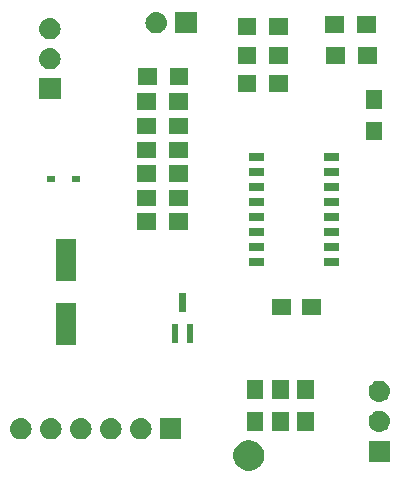
<source format=gbr>
G04 #@! TF.GenerationSoftware,KiCad,Pcbnew,(5.1.4)-1*
G04 #@! TF.CreationDate,2021-01-18T22:47:00+01:00*
G04 #@! TF.ProjectId,Atari XL s-video,41746172-6920-4584-9c20-732d76696465,rev?*
G04 #@! TF.SameCoordinates,Original*
G04 #@! TF.FileFunction,Soldermask,Top*
G04 #@! TF.FilePolarity,Negative*
%FSLAX46Y46*%
G04 Gerber Fmt 4.6, Leading zero omitted, Abs format (unit mm)*
G04 Created by KiCad (PCBNEW (5.1.4)-1) date 2021-01-18 22:47:00*
%MOMM*%
%LPD*%
G04 APERTURE LIST*
%ADD10C,0.100000*%
G04 APERTURE END LIST*
D10*
G36*
X192479393Y-93465904D02*
G01*
X192716101Y-93563952D01*
X192716103Y-93563953D01*
X192929135Y-93706296D01*
X193110304Y-93887465D01*
X193252647Y-94100497D01*
X193252648Y-94100499D01*
X193350696Y-94337207D01*
X193400680Y-94588493D01*
X193400680Y-94844707D01*
X193350696Y-95095993D01*
X193281933Y-95262000D01*
X193252647Y-95332703D01*
X193110304Y-95545735D01*
X192929135Y-95726904D01*
X192716103Y-95869247D01*
X192716102Y-95869248D01*
X192716101Y-95869248D01*
X192479393Y-95967296D01*
X192228107Y-96017280D01*
X191971893Y-96017280D01*
X191720607Y-95967296D01*
X191483899Y-95869248D01*
X191483898Y-95869248D01*
X191483897Y-95869247D01*
X191270865Y-95726904D01*
X191089696Y-95545735D01*
X190947353Y-95332703D01*
X190918067Y-95262000D01*
X190849304Y-95095993D01*
X190799320Y-94844707D01*
X190799320Y-94588493D01*
X190849304Y-94337207D01*
X190947352Y-94100499D01*
X190947353Y-94100497D01*
X191089696Y-93887465D01*
X191270865Y-93706296D01*
X191483897Y-93563953D01*
X191483899Y-93563952D01*
X191720607Y-93465904D01*
X191971893Y-93415920D01*
X192228107Y-93415920D01*
X192479393Y-93465904D01*
X192479393Y-93465904D01*
G37*
G36*
X204050000Y-95262000D02*
G01*
X202248000Y-95262000D01*
X202248000Y-93460000D01*
X204050000Y-93460000D01*
X204050000Y-95262000D01*
X204050000Y-95262000D01*
G37*
G36*
X186397000Y-93357000D02*
G01*
X184595000Y-93357000D01*
X184595000Y-91555000D01*
X186397000Y-91555000D01*
X186397000Y-93357000D01*
X186397000Y-93357000D01*
G37*
G36*
X177986443Y-91561519D02*
G01*
X178052627Y-91568037D01*
X178222466Y-91619557D01*
X178378991Y-91703222D01*
X178414729Y-91732552D01*
X178516186Y-91815814D01*
X178599448Y-91917271D01*
X178628778Y-91953009D01*
X178712443Y-92109534D01*
X178763963Y-92279373D01*
X178781359Y-92456000D01*
X178763963Y-92632627D01*
X178712443Y-92802466D01*
X178628778Y-92958991D01*
X178599448Y-92994729D01*
X178516186Y-93096186D01*
X178414729Y-93179448D01*
X178378991Y-93208778D01*
X178222466Y-93292443D01*
X178052627Y-93343963D01*
X177986442Y-93350482D01*
X177920260Y-93357000D01*
X177831740Y-93357000D01*
X177765558Y-93350482D01*
X177699373Y-93343963D01*
X177529534Y-93292443D01*
X177373009Y-93208778D01*
X177337271Y-93179448D01*
X177235814Y-93096186D01*
X177152552Y-92994729D01*
X177123222Y-92958991D01*
X177039557Y-92802466D01*
X176988037Y-92632627D01*
X176970641Y-92456000D01*
X176988037Y-92279373D01*
X177039557Y-92109534D01*
X177123222Y-91953009D01*
X177152552Y-91917271D01*
X177235814Y-91815814D01*
X177337271Y-91732552D01*
X177373009Y-91703222D01*
X177529534Y-91619557D01*
X177699373Y-91568037D01*
X177765557Y-91561519D01*
X177831740Y-91555000D01*
X177920260Y-91555000D01*
X177986443Y-91561519D01*
X177986443Y-91561519D01*
G37*
G36*
X183066443Y-91561519D02*
G01*
X183132627Y-91568037D01*
X183302466Y-91619557D01*
X183458991Y-91703222D01*
X183494729Y-91732552D01*
X183596186Y-91815814D01*
X183679448Y-91917271D01*
X183708778Y-91953009D01*
X183792443Y-92109534D01*
X183843963Y-92279373D01*
X183861359Y-92456000D01*
X183843963Y-92632627D01*
X183792443Y-92802466D01*
X183708778Y-92958991D01*
X183679448Y-92994729D01*
X183596186Y-93096186D01*
X183494729Y-93179448D01*
X183458991Y-93208778D01*
X183302466Y-93292443D01*
X183132627Y-93343963D01*
X183066442Y-93350482D01*
X183000260Y-93357000D01*
X182911740Y-93357000D01*
X182845558Y-93350482D01*
X182779373Y-93343963D01*
X182609534Y-93292443D01*
X182453009Y-93208778D01*
X182417271Y-93179448D01*
X182315814Y-93096186D01*
X182232552Y-92994729D01*
X182203222Y-92958991D01*
X182119557Y-92802466D01*
X182068037Y-92632627D01*
X182050641Y-92456000D01*
X182068037Y-92279373D01*
X182119557Y-92109534D01*
X182203222Y-91953009D01*
X182232552Y-91917271D01*
X182315814Y-91815814D01*
X182417271Y-91732552D01*
X182453009Y-91703222D01*
X182609534Y-91619557D01*
X182779373Y-91568037D01*
X182845557Y-91561519D01*
X182911740Y-91555000D01*
X183000260Y-91555000D01*
X183066443Y-91561519D01*
X183066443Y-91561519D01*
G37*
G36*
X180526443Y-91561519D02*
G01*
X180592627Y-91568037D01*
X180762466Y-91619557D01*
X180918991Y-91703222D01*
X180954729Y-91732552D01*
X181056186Y-91815814D01*
X181139448Y-91917271D01*
X181168778Y-91953009D01*
X181252443Y-92109534D01*
X181303963Y-92279373D01*
X181321359Y-92456000D01*
X181303963Y-92632627D01*
X181252443Y-92802466D01*
X181168778Y-92958991D01*
X181139448Y-92994729D01*
X181056186Y-93096186D01*
X180954729Y-93179448D01*
X180918991Y-93208778D01*
X180762466Y-93292443D01*
X180592627Y-93343963D01*
X180526442Y-93350482D01*
X180460260Y-93357000D01*
X180371740Y-93357000D01*
X180305558Y-93350482D01*
X180239373Y-93343963D01*
X180069534Y-93292443D01*
X179913009Y-93208778D01*
X179877271Y-93179448D01*
X179775814Y-93096186D01*
X179692552Y-92994729D01*
X179663222Y-92958991D01*
X179579557Y-92802466D01*
X179528037Y-92632627D01*
X179510641Y-92456000D01*
X179528037Y-92279373D01*
X179579557Y-92109534D01*
X179663222Y-91953009D01*
X179692552Y-91917271D01*
X179775814Y-91815814D01*
X179877271Y-91732552D01*
X179913009Y-91703222D01*
X180069534Y-91619557D01*
X180239373Y-91568037D01*
X180305557Y-91561519D01*
X180371740Y-91555000D01*
X180460260Y-91555000D01*
X180526443Y-91561519D01*
X180526443Y-91561519D01*
G37*
G36*
X175446443Y-91561519D02*
G01*
X175512627Y-91568037D01*
X175682466Y-91619557D01*
X175838991Y-91703222D01*
X175874729Y-91732552D01*
X175976186Y-91815814D01*
X176059448Y-91917271D01*
X176088778Y-91953009D01*
X176172443Y-92109534D01*
X176223963Y-92279373D01*
X176241359Y-92456000D01*
X176223963Y-92632627D01*
X176172443Y-92802466D01*
X176088778Y-92958991D01*
X176059448Y-92994729D01*
X175976186Y-93096186D01*
X175874729Y-93179448D01*
X175838991Y-93208778D01*
X175682466Y-93292443D01*
X175512627Y-93343963D01*
X175446442Y-93350482D01*
X175380260Y-93357000D01*
X175291740Y-93357000D01*
X175225558Y-93350482D01*
X175159373Y-93343963D01*
X174989534Y-93292443D01*
X174833009Y-93208778D01*
X174797271Y-93179448D01*
X174695814Y-93096186D01*
X174612552Y-92994729D01*
X174583222Y-92958991D01*
X174499557Y-92802466D01*
X174448037Y-92632627D01*
X174430641Y-92456000D01*
X174448037Y-92279373D01*
X174499557Y-92109534D01*
X174583222Y-91953009D01*
X174612552Y-91917271D01*
X174695814Y-91815814D01*
X174797271Y-91732552D01*
X174833009Y-91703222D01*
X174989534Y-91619557D01*
X175159373Y-91568037D01*
X175225557Y-91561519D01*
X175291740Y-91555000D01*
X175380260Y-91555000D01*
X175446443Y-91561519D01*
X175446443Y-91561519D01*
G37*
G36*
X172906443Y-91561519D02*
G01*
X172972627Y-91568037D01*
X173142466Y-91619557D01*
X173298991Y-91703222D01*
X173334729Y-91732552D01*
X173436186Y-91815814D01*
X173519448Y-91917271D01*
X173548778Y-91953009D01*
X173632443Y-92109534D01*
X173683963Y-92279373D01*
X173701359Y-92456000D01*
X173683963Y-92632627D01*
X173632443Y-92802466D01*
X173548778Y-92958991D01*
X173519448Y-92994729D01*
X173436186Y-93096186D01*
X173334729Y-93179448D01*
X173298991Y-93208778D01*
X173142466Y-93292443D01*
X172972627Y-93343963D01*
X172906442Y-93350482D01*
X172840260Y-93357000D01*
X172751740Y-93357000D01*
X172685558Y-93350482D01*
X172619373Y-93343963D01*
X172449534Y-93292443D01*
X172293009Y-93208778D01*
X172257271Y-93179448D01*
X172155814Y-93096186D01*
X172072552Y-92994729D01*
X172043222Y-92958991D01*
X171959557Y-92802466D01*
X171908037Y-92632627D01*
X171890641Y-92456000D01*
X171908037Y-92279373D01*
X171959557Y-92109534D01*
X172043222Y-91953009D01*
X172072552Y-91917271D01*
X172155814Y-91815814D01*
X172257271Y-91732552D01*
X172293009Y-91703222D01*
X172449534Y-91619557D01*
X172619373Y-91568037D01*
X172685557Y-91561519D01*
X172751740Y-91555000D01*
X172840260Y-91555000D01*
X172906443Y-91561519D01*
X172906443Y-91561519D01*
G37*
G36*
X203259443Y-90926519D02*
G01*
X203325627Y-90933037D01*
X203495466Y-90984557D01*
X203495468Y-90984558D01*
X203573728Y-91026389D01*
X203651991Y-91068222D01*
X203687729Y-91097552D01*
X203789186Y-91180814D01*
X203872448Y-91282271D01*
X203901778Y-91318009D01*
X203985443Y-91474534D01*
X204036963Y-91644373D01*
X204054359Y-91821000D01*
X204036963Y-91997627D01*
X203985443Y-92167466D01*
X203901778Y-92323991D01*
X203872448Y-92359729D01*
X203789186Y-92461186D01*
X203687729Y-92544448D01*
X203651991Y-92573778D01*
X203495466Y-92657443D01*
X203325627Y-92708963D01*
X203259443Y-92715481D01*
X203193260Y-92722000D01*
X203104740Y-92722000D01*
X203038557Y-92715481D01*
X202972373Y-92708963D01*
X202802534Y-92657443D01*
X202646009Y-92573778D01*
X202610271Y-92544448D01*
X202508814Y-92461186D01*
X202425552Y-92359729D01*
X202396222Y-92323991D01*
X202312557Y-92167466D01*
X202261037Y-91997627D01*
X202243641Y-91821000D01*
X202261037Y-91644373D01*
X202312557Y-91474534D01*
X202396222Y-91318009D01*
X202425552Y-91282271D01*
X202508814Y-91180814D01*
X202610271Y-91097552D01*
X202646009Y-91068222D01*
X202724272Y-91026389D01*
X202802532Y-90984558D01*
X202802534Y-90984557D01*
X202972373Y-90933037D01*
X203038557Y-90926519D01*
X203104740Y-90920000D01*
X203193260Y-90920000D01*
X203259443Y-90926519D01*
X203259443Y-90926519D01*
G37*
G36*
X193335000Y-92604200D02*
G01*
X191933000Y-92604200D01*
X191933000Y-91002200D01*
X193335000Y-91002200D01*
X193335000Y-92604200D01*
X193335000Y-92604200D01*
G37*
G36*
X197602000Y-92604200D02*
G01*
X196200000Y-92604200D01*
X196200000Y-91002200D01*
X197602000Y-91002200D01*
X197602000Y-92604200D01*
X197602000Y-92604200D01*
G37*
G36*
X195468000Y-92604200D02*
G01*
X194066000Y-92604200D01*
X194066000Y-91002200D01*
X195468000Y-91002200D01*
X195468000Y-92604200D01*
X195468000Y-92604200D01*
G37*
G36*
X203259442Y-88386518D02*
G01*
X203325627Y-88393037D01*
X203495466Y-88444557D01*
X203651991Y-88528222D01*
X203687729Y-88557552D01*
X203789186Y-88640814D01*
X203872448Y-88742271D01*
X203901778Y-88778009D01*
X203985443Y-88934534D01*
X204036963Y-89104373D01*
X204054359Y-89281000D01*
X204036963Y-89457627D01*
X203985443Y-89627466D01*
X203901778Y-89783991D01*
X203872448Y-89819729D01*
X203789186Y-89921186D01*
X203687729Y-90004448D01*
X203651991Y-90033778D01*
X203495466Y-90117443D01*
X203325627Y-90168963D01*
X203259442Y-90175482D01*
X203193260Y-90182000D01*
X203104740Y-90182000D01*
X203038557Y-90175481D01*
X202972373Y-90168963D01*
X202802534Y-90117443D01*
X202646009Y-90033778D01*
X202610271Y-90004448D01*
X202508814Y-89921186D01*
X202425552Y-89819729D01*
X202396222Y-89783991D01*
X202312557Y-89627466D01*
X202261037Y-89457627D01*
X202243641Y-89281000D01*
X202261037Y-89104373D01*
X202312557Y-88934534D01*
X202396222Y-88778009D01*
X202425552Y-88742271D01*
X202508814Y-88640814D01*
X202610271Y-88557552D01*
X202646009Y-88528222D01*
X202802534Y-88444557D01*
X202972373Y-88393037D01*
X203038558Y-88386518D01*
X203104740Y-88380000D01*
X203193260Y-88380000D01*
X203259442Y-88386518D01*
X203259442Y-88386518D01*
G37*
G36*
X193335000Y-89904200D02*
G01*
X191933000Y-89904200D01*
X191933000Y-88302200D01*
X193335000Y-88302200D01*
X193335000Y-89904200D01*
X193335000Y-89904200D01*
G37*
G36*
X195468000Y-89904200D02*
G01*
X194066000Y-89904200D01*
X194066000Y-88302200D01*
X195468000Y-88302200D01*
X195468000Y-89904200D01*
X195468000Y-89904200D01*
G37*
G36*
X197602000Y-89904200D02*
G01*
X196200000Y-89904200D01*
X196200000Y-88302200D01*
X197602000Y-88302200D01*
X197602000Y-89904200D01*
X197602000Y-89904200D01*
G37*
G36*
X177457000Y-85374600D02*
G01*
X175755000Y-85374600D01*
X175755000Y-81772600D01*
X177457000Y-81772600D01*
X177457000Y-85374600D01*
X177457000Y-85374600D01*
G37*
G36*
X186113000Y-85189000D02*
G01*
X185561000Y-85189000D01*
X185561000Y-83587000D01*
X186113000Y-83587000D01*
X186113000Y-85189000D01*
X186113000Y-85189000D01*
G37*
G36*
X187413000Y-85189000D02*
G01*
X186861000Y-85189000D01*
X186861000Y-83587000D01*
X187413000Y-83587000D01*
X187413000Y-85189000D01*
X187413000Y-85189000D01*
G37*
G36*
X198190000Y-82845000D02*
G01*
X196588000Y-82845000D01*
X196588000Y-81493000D01*
X198190000Y-81493000D01*
X198190000Y-82845000D01*
X198190000Y-82845000D01*
G37*
G36*
X195690000Y-82845000D02*
G01*
X194088000Y-82845000D01*
X194088000Y-81493000D01*
X195690000Y-81493000D01*
X195690000Y-82845000D01*
X195690000Y-82845000D01*
G37*
G36*
X186763000Y-82529000D02*
G01*
X186211000Y-82529000D01*
X186211000Y-80927000D01*
X186763000Y-80927000D01*
X186763000Y-82529000D01*
X186763000Y-82529000D01*
G37*
G36*
X177457000Y-79974600D02*
G01*
X175755000Y-79974600D01*
X175755000Y-76372600D01*
X177457000Y-76372600D01*
X177457000Y-79974600D01*
X177457000Y-79974600D01*
G37*
G36*
X193383500Y-78638600D02*
G01*
X192138500Y-78638600D01*
X192138500Y-78028600D01*
X193383500Y-78028600D01*
X193383500Y-78638600D01*
X193383500Y-78638600D01*
G37*
G36*
X199733500Y-78638600D02*
G01*
X198488500Y-78638600D01*
X198488500Y-78028600D01*
X199733500Y-78028600D01*
X199733500Y-78638600D01*
X199733500Y-78638600D01*
G37*
G36*
X199733500Y-77368600D02*
G01*
X198488500Y-77368600D01*
X198488500Y-76758600D01*
X199733500Y-76758600D01*
X199733500Y-77368600D01*
X199733500Y-77368600D01*
G37*
G36*
X193383500Y-77368600D02*
G01*
X192138500Y-77368600D01*
X192138500Y-76758600D01*
X193383500Y-76758600D01*
X193383500Y-77368600D01*
X193383500Y-77368600D01*
G37*
G36*
X199733500Y-76098600D02*
G01*
X198488500Y-76098600D01*
X198488500Y-75488600D01*
X199733500Y-75488600D01*
X199733500Y-76098600D01*
X199733500Y-76098600D01*
G37*
G36*
X193383500Y-76098600D02*
G01*
X192138500Y-76098600D01*
X192138500Y-75488600D01*
X193383500Y-75488600D01*
X193383500Y-76098600D01*
X193383500Y-76098600D01*
G37*
G36*
X186911000Y-75605600D02*
G01*
X185309000Y-75605600D01*
X185309000Y-74203600D01*
X186911000Y-74203600D01*
X186911000Y-75605600D01*
X186911000Y-75605600D01*
G37*
G36*
X184211000Y-75605600D02*
G01*
X182609000Y-75605600D01*
X182609000Y-74203600D01*
X184211000Y-74203600D01*
X184211000Y-75605600D01*
X184211000Y-75605600D01*
G37*
G36*
X199733500Y-74828600D02*
G01*
X198488500Y-74828600D01*
X198488500Y-74218600D01*
X199733500Y-74218600D01*
X199733500Y-74828600D01*
X199733500Y-74828600D01*
G37*
G36*
X193383500Y-74828600D02*
G01*
X192138500Y-74828600D01*
X192138500Y-74218600D01*
X193383500Y-74218600D01*
X193383500Y-74828600D01*
X193383500Y-74828600D01*
G37*
G36*
X186911000Y-73599000D02*
G01*
X185309000Y-73599000D01*
X185309000Y-72197000D01*
X186911000Y-72197000D01*
X186911000Y-73599000D01*
X186911000Y-73599000D01*
G37*
G36*
X184211000Y-73599000D02*
G01*
X182609000Y-73599000D01*
X182609000Y-72197000D01*
X184211000Y-72197000D01*
X184211000Y-73599000D01*
X184211000Y-73599000D01*
G37*
G36*
X193383500Y-73558600D02*
G01*
X192138500Y-73558600D01*
X192138500Y-72948600D01*
X193383500Y-72948600D01*
X193383500Y-73558600D01*
X193383500Y-73558600D01*
G37*
G36*
X199733500Y-73558600D02*
G01*
X198488500Y-73558600D01*
X198488500Y-72948600D01*
X199733500Y-72948600D01*
X199733500Y-73558600D01*
X199733500Y-73558600D01*
G37*
G36*
X193383500Y-72288600D02*
G01*
X192138500Y-72288600D01*
X192138500Y-71678600D01*
X193383500Y-71678600D01*
X193383500Y-72288600D01*
X193383500Y-72288600D01*
G37*
G36*
X199733500Y-72288600D02*
G01*
X198488500Y-72288600D01*
X198488500Y-71678600D01*
X199733500Y-71678600D01*
X199733500Y-72288600D01*
X199733500Y-72288600D01*
G37*
G36*
X177804000Y-71599200D02*
G01*
X177102000Y-71599200D01*
X177102000Y-71047200D01*
X177804000Y-71047200D01*
X177804000Y-71599200D01*
X177804000Y-71599200D01*
G37*
G36*
X175704000Y-71599200D02*
G01*
X175002000Y-71599200D01*
X175002000Y-71047200D01*
X175704000Y-71047200D01*
X175704000Y-71599200D01*
X175704000Y-71599200D01*
G37*
G36*
X186936000Y-71541600D02*
G01*
X185334000Y-71541600D01*
X185334000Y-70139600D01*
X186936000Y-70139600D01*
X186936000Y-71541600D01*
X186936000Y-71541600D01*
G37*
G36*
X184236000Y-71541600D02*
G01*
X182634000Y-71541600D01*
X182634000Y-70139600D01*
X184236000Y-70139600D01*
X184236000Y-71541600D01*
X184236000Y-71541600D01*
G37*
G36*
X199733500Y-71018600D02*
G01*
X198488500Y-71018600D01*
X198488500Y-70408600D01*
X199733500Y-70408600D01*
X199733500Y-71018600D01*
X199733500Y-71018600D01*
G37*
G36*
X193383500Y-71018600D02*
G01*
X192138500Y-71018600D01*
X192138500Y-70408600D01*
X193383500Y-70408600D01*
X193383500Y-71018600D01*
X193383500Y-71018600D01*
G37*
G36*
X199733500Y-69748600D02*
G01*
X198488500Y-69748600D01*
X198488500Y-69138600D01*
X199733500Y-69138600D01*
X199733500Y-69748600D01*
X199733500Y-69748600D01*
G37*
G36*
X193383500Y-69748600D02*
G01*
X192138500Y-69748600D01*
X192138500Y-69138600D01*
X193383500Y-69138600D01*
X193383500Y-69748600D01*
X193383500Y-69748600D01*
G37*
G36*
X184261000Y-69535000D02*
G01*
X182659000Y-69535000D01*
X182659000Y-68133000D01*
X184261000Y-68133000D01*
X184261000Y-69535000D01*
X184261000Y-69535000D01*
G37*
G36*
X186961000Y-69535000D02*
G01*
X185359000Y-69535000D01*
X185359000Y-68133000D01*
X186961000Y-68133000D01*
X186961000Y-69535000D01*
X186961000Y-69535000D01*
G37*
G36*
X203393000Y-68038600D02*
G01*
X201991000Y-68038600D01*
X201991000Y-66436600D01*
X203393000Y-66436600D01*
X203393000Y-68038600D01*
X203393000Y-68038600D01*
G37*
G36*
X186961000Y-67503000D02*
G01*
X185359000Y-67503000D01*
X185359000Y-66101000D01*
X186961000Y-66101000D01*
X186961000Y-67503000D01*
X186961000Y-67503000D01*
G37*
G36*
X184261000Y-67503000D02*
G01*
X182659000Y-67503000D01*
X182659000Y-66101000D01*
X184261000Y-66101000D01*
X184261000Y-67503000D01*
X184261000Y-67503000D01*
G37*
G36*
X186961000Y-65445600D02*
G01*
X185359000Y-65445600D01*
X185359000Y-64043600D01*
X186961000Y-64043600D01*
X186961000Y-65445600D01*
X186961000Y-65445600D01*
G37*
G36*
X184261000Y-65445600D02*
G01*
X182659000Y-65445600D01*
X182659000Y-64043600D01*
X184261000Y-64043600D01*
X184261000Y-65445600D01*
X184261000Y-65445600D01*
G37*
G36*
X203393000Y-65338600D02*
G01*
X201991000Y-65338600D01*
X201991000Y-63736600D01*
X203393000Y-63736600D01*
X203393000Y-65338600D01*
X203393000Y-65338600D01*
G37*
G36*
X176161000Y-64553400D02*
G01*
X174359000Y-64553400D01*
X174359000Y-62751400D01*
X176161000Y-62751400D01*
X176161000Y-64553400D01*
X176161000Y-64553400D01*
G37*
G36*
X192745000Y-63896200D02*
G01*
X191143000Y-63896200D01*
X191143000Y-62494200D01*
X192745000Y-62494200D01*
X192745000Y-63896200D01*
X192745000Y-63896200D01*
G37*
G36*
X195445000Y-63896200D02*
G01*
X193843000Y-63896200D01*
X193843000Y-62494200D01*
X195445000Y-62494200D01*
X195445000Y-63896200D01*
X195445000Y-63896200D01*
G37*
G36*
X186987000Y-63337400D02*
G01*
X185385000Y-63337400D01*
X185385000Y-61935400D01*
X186987000Y-61935400D01*
X186987000Y-63337400D01*
X186987000Y-63337400D01*
G37*
G36*
X184287000Y-63337400D02*
G01*
X182685000Y-63337400D01*
X182685000Y-61935400D01*
X184287000Y-61935400D01*
X184287000Y-63337400D01*
X184287000Y-63337400D01*
G37*
G36*
X175370443Y-60217919D02*
G01*
X175436627Y-60224437D01*
X175606466Y-60275957D01*
X175762991Y-60359622D01*
X175798729Y-60388952D01*
X175900186Y-60472214D01*
X175983448Y-60573671D01*
X176012778Y-60609409D01*
X176096443Y-60765934D01*
X176147963Y-60935773D01*
X176165359Y-61112400D01*
X176147963Y-61289027D01*
X176096443Y-61458866D01*
X176012778Y-61615391D01*
X175983448Y-61651129D01*
X175900186Y-61752586D01*
X175798729Y-61835848D01*
X175762991Y-61865178D01*
X175606466Y-61948843D01*
X175436627Y-62000363D01*
X175370442Y-62006882D01*
X175304260Y-62013400D01*
X175215740Y-62013400D01*
X175149558Y-62006882D01*
X175083373Y-62000363D01*
X174913534Y-61948843D01*
X174757009Y-61865178D01*
X174721271Y-61835848D01*
X174619814Y-61752586D01*
X174536552Y-61651129D01*
X174507222Y-61615391D01*
X174423557Y-61458866D01*
X174372037Y-61289027D01*
X174354641Y-61112400D01*
X174372037Y-60935773D01*
X174423557Y-60765934D01*
X174507222Y-60609409D01*
X174536552Y-60573671D01*
X174619814Y-60472214D01*
X174721271Y-60388952D01*
X174757009Y-60359622D01*
X174913534Y-60275957D01*
X175083373Y-60224437D01*
X175149557Y-60217919D01*
X175215740Y-60211400D01*
X175304260Y-60211400D01*
X175370443Y-60217919D01*
X175370443Y-60217919D01*
G37*
G36*
X192745000Y-61534000D02*
G01*
X191143000Y-61534000D01*
X191143000Y-60132000D01*
X192745000Y-60132000D01*
X192745000Y-61534000D01*
X192745000Y-61534000D01*
G37*
G36*
X195445000Y-61534000D02*
G01*
X193843000Y-61534000D01*
X193843000Y-60132000D01*
X195445000Y-60132000D01*
X195445000Y-61534000D01*
X195445000Y-61534000D01*
G37*
G36*
X200263000Y-61534000D02*
G01*
X198661000Y-61534000D01*
X198661000Y-60132000D01*
X200263000Y-60132000D01*
X200263000Y-61534000D01*
X200263000Y-61534000D01*
G37*
G36*
X202963000Y-61534000D02*
G01*
X201361000Y-61534000D01*
X201361000Y-60132000D01*
X202963000Y-60132000D01*
X202963000Y-61534000D01*
X202963000Y-61534000D01*
G37*
G36*
X175370442Y-57677918D02*
G01*
X175436627Y-57684437D01*
X175606466Y-57735957D01*
X175762991Y-57819622D01*
X175798729Y-57848952D01*
X175900186Y-57932214D01*
X175983448Y-58033671D01*
X176012778Y-58069409D01*
X176096443Y-58225934D01*
X176147963Y-58395773D01*
X176165359Y-58572400D01*
X176147963Y-58749027D01*
X176096443Y-58918866D01*
X176012778Y-59075391D01*
X175996193Y-59095600D01*
X175900186Y-59212586D01*
X175798729Y-59295848D01*
X175762991Y-59325178D01*
X175606466Y-59408843D01*
X175436627Y-59460363D01*
X175370443Y-59466881D01*
X175304260Y-59473400D01*
X175215740Y-59473400D01*
X175149557Y-59466881D01*
X175083373Y-59460363D01*
X174913534Y-59408843D01*
X174757009Y-59325178D01*
X174721271Y-59295848D01*
X174619814Y-59212586D01*
X174523807Y-59095600D01*
X174507222Y-59075391D01*
X174423557Y-58918866D01*
X174372037Y-58749027D01*
X174354641Y-58572400D01*
X174372037Y-58395773D01*
X174423557Y-58225934D01*
X174507222Y-58069409D01*
X174536552Y-58033671D01*
X174619814Y-57932214D01*
X174721271Y-57848952D01*
X174757009Y-57819622D01*
X174913534Y-57735957D01*
X175083373Y-57684437D01*
X175149558Y-57677918D01*
X175215740Y-57671400D01*
X175304260Y-57671400D01*
X175370442Y-57677918D01*
X175370442Y-57677918D01*
G37*
G36*
X195445000Y-59095600D02*
G01*
X193843000Y-59095600D01*
X193843000Y-57693600D01*
X195445000Y-57693600D01*
X195445000Y-59095600D01*
X195445000Y-59095600D01*
G37*
G36*
X192745000Y-59095600D02*
G01*
X191143000Y-59095600D01*
X191143000Y-57693600D01*
X192745000Y-57693600D01*
X192745000Y-59095600D01*
X192745000Y-59095600D01*
G37*
G36*
X184362443Y-57169919D02*
G01*
X184428627Y-57176437D01*
X184598466Y-57227957D01*
X184754991Y-57311622D01*
X184790729Y-57340952D01*
X184892186Y-57424214D01*
X184975448Y-57525671D01*
X185004778Y-57561409D01*
X185088443Y-57717934D01*
X185139963Y-57887773D01*
X185157359Y-58064400D01*
X185139963Y-58241027D01*
X185088443Y-58410866D01*
X185004778Y-58567391D01*
X185000667Y-58572400D01*
X184892186Y-58704586D01*
X184790729Y-58787848D01*
X184754991Y-58817178D01*
X184598466Y-58900843D01*
X184428627Y-58952363D01*
X184362442Y-58958882D01*
X184296260Y-58965400D01*
X184207740Y-58965400D01*
X184141558Y-58958882D01*
X184075373Y-58952363D01*
X183905534Y-58900843D01*
X183749009Y-58817178D01*
X183713271Y-58787848D01*
X183611814Y-58704586D01*
X183503333Y-58572400D01*
X183499222Y-58567391D01*
X183415557Y-58410866D01*
X183364037Y-58241027D01*
X183346641Y-58064400D01*
X183364037Y-57887773D01*
X183415557Y-57717934D01*
X183499222Y-57561409D01*
X183528552Y-57525671D01*
X183611814Y-57424214D01*
X183713271Y-57340952D01*
X183749009Y-57311622D01*
X183905534Y-57227957D01*
X184075373Y-57176437D01*
X184141557Y-57169919D01*
X184207740Y-57163400D01*
X184296260Y-57163400D01*
X184362443Y-57169919D01*
X184362443Y-57169919D01*
G37*
G36*
X187693000Y-58965400D02*
G01*
X185891000Y-58965400D01*
X185891000Y-57163400D01*
X187693000Y-57163400D01*
X187693000Y-58965400D01*
X187693000Y-58965400D01*
G37*
G36*
X200187000Y-58943200D02*
G01*
X198585000Y-58943200D01*
X198585000Y-57541200D01*
X200187000Y-57541200D01*
X200187000Y-58943200D01*
X200187000Y-58943200D01*
G37*
G36*
X202887000Y-58943200D02*
G01*
X201285000Y-58943200D01*
X201285000Y-57541200D01*
X202887000Y-57541200D01*
X202887000Y-58943200D01*
X202887000Y-58943200D01*
G37*
M02*

</source>
